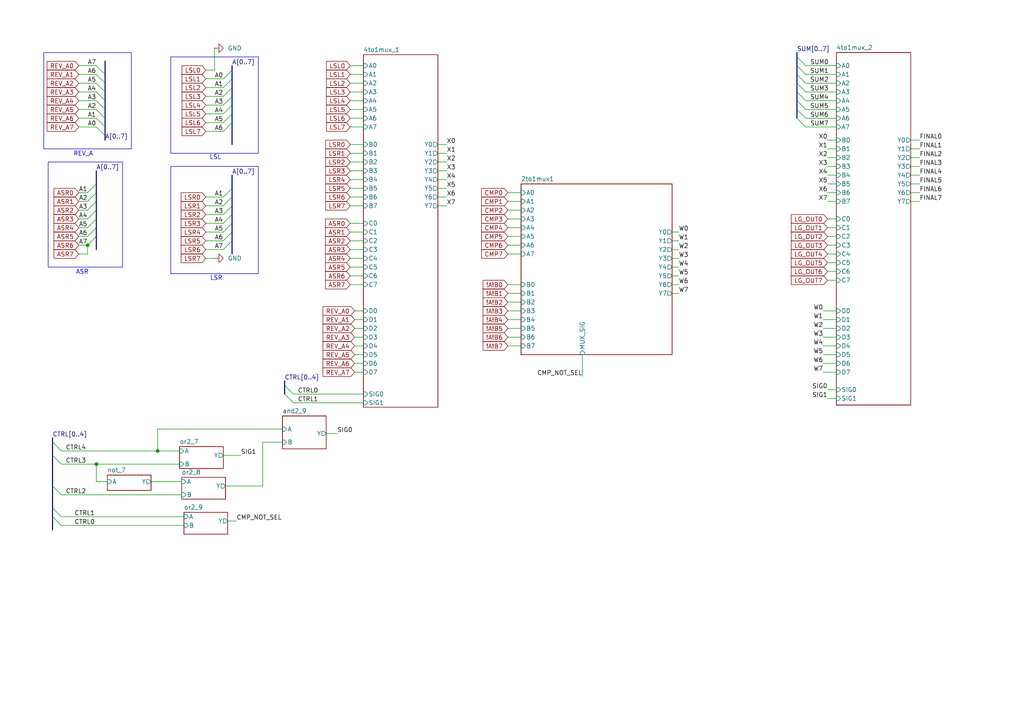
<source format=kicad_sch>
(kicad_sch (version 20250114) (generator "eeschema") (generator_version "9.0")
  (paper "A4")
  (lib_symbols
    (symbol "power:GND" (power) (pin_numbers (hide yes)) (pin_names (offset 0) (hide yes))
      (property "Value" "GND" (at 0 -3.81 0))
      (symbol "GND_0_1"
        (polyline (pts (xy 0 0) (xy 0 -1.27) (xy 1.27 -1.27) (xy 0 -2.54) (xy -1.27 -1.27) (xy 0 -1.27)))
      )
      (symbol "GND_1_1"
        (pin power_in line (at 0 0 270) (length 0) (name "~") (number "1"))
      )
    )
  )
  (rectangle (start 12.7 15.24) (end 38.1 43.18))
  (rectangle (start 49.53 48.26) (end 74.93 79.375))
  (rectangle (start 49.53 44.45) (end 74.93 16.51))
  (rectangle (start 13.97 46.99) (end 35.56 77.47))
  (text "LSL" (at 62.484 45.72 0) (effects (font (size 1.27 1.27))))
  (text "REV_A\n" (at 24.13 44.704 0) (effects (font (size 1.27 1.27))))
  (text "ASR" (at 23.876 78.994 0) (effects (font (size 1.27 1.27))))
  (text "LSR\n" (at 62.738 80.772 0) (effects (font (size 1.27 1.27))))
  (junction (at 25.4 71.12))
  (junction (at 45.72 130.81))
  (junction (at 27.94 134.62))
  (bus_entry (at 67.31 59.69) (size -2.54 2.54))
  (bus_entry (at 15.24 128.27) (size 2.54 2.54))
  (bus_entry (at 30.48 29.21) (size -2.54 -2.54))
  (bus_entry (at 30.48 39.37) (size -2.54 -2.54))
  (bus_entry (at 67.31 64.77) (size -2.54 2.54))
  (bus_entry (at 27.94 66.04) (size -2.54 2.54))
  (bus_entry (at 67.31 67.31) (size -2.54 2.54))
  (bus_entry (at 231.14 31.75) (size 2.54 2.54))
  (bus_entry (at 30.48 31.75) (size -2.54 -2.54))
  (bus_entry (at 30.48 26.67) (size -2.54 -2.54))
  (bus_entry (at 67.31 27.94) (size -2.54 2.54))
  (bus_entry (at 67.31 25.4) (size -2.54 2.54))
  (bus_entry (at 15.24 140.97) (size 2.54 2.54))
  (bus_entry (at 15.24 149.86) (size 2.54 2.54))
  (bus_entry (at 30.48 24.13) (size -2.54 -2.54))
  (bus_entry (at 15.24 132.08) (size 2.54 2.54))
  (bus_entry (at 231.14 21.59) (size 2.54 2.54))
  (bus_entry (at 30.48 34.29) (size -2.54 -2.54))
  (bus_entry (at 67.31 35.56) (size -2.54 2.54))
  (bus_entry (at 30.48 36.83) (size -2.54 -2.54))
  (bus_entry (at 67.31 62.23) (size -2.54 2.54))
  (bus_entry (at 27.94 58.42) (size -2.54 2.54))
  (bus_entry (at 82.55 114.3) (size 2.54 2.54))
  (bus_entry (at 67.31 30.48) (size -2.54 2.54))
  (bus_entry (at 231.14 19.05) (size 2.54 2.54))
  (bus_entry (at 67.31 69.85) (size -2.54 2.54))
  (bus_entry (at 30.48 21.59) (size -2.54 -2.54))
  (bus_entry (at 231.14 16.51) (size 2.54 2.54))
  (bus_entry (at 67.31 20.32) (size -2.54 2.54))
  (bus_entry (at 27.94 53.34) (size -2.54 2.54))
  (bus_entry (at 67.31 22.86) (size -2.54 2.54))
  (bus_entry (at 231.14 24.13) (size 2.54 2.54))
  (bus_entry (at 231.14 34.29) (size 2.54 2.54))
  (bus_entry (at 67.31 57.15) (size -2.54 2.54))
  (bus_entry (at 231.14 26.67) (size 2.54 2.54))
  (bus_entry (at 27.94 68.58) (size -2.54 2.54))
  (bus_entry (at 15.24 147.32) (size 2.54 2.54))
  (bus_entry (at 67.31 33.02) (size -2.54 2.54))
  (bus_entry (at 27.94 55.88) (size -2.54 2.54))
  (bus_entry (at 82.55 111.76) (size 2.54 2.54))
  (bus_entry (at 27.94 63.5) (size -2.54 2.54))
  (bus_entry (at 27.94 60.96) (size -2.54 2.54))
  (bus_entry (at 231.14 29.21) (size 2.54 2.54))
  (bus_entry (at 67.31 54.61) (size -2.54 2.54))
  (wire (pts (xy 147.32 68.58) (xy 151.13 68.58)))
  (wire (pts (xy 17.78 134.62) (xy 27.94 134.62)))
  (wire (pts (xy 94.615 125.73) (xy 97.79 125.73)))
  (wire (pts (xy 22.86 68.58) (xy 25.4 68.58)))
  (wire (pts (xy 101.6 54.61) (xy 105.41 54.61)))
  (bus (pts (xy 231.14 31.75) (xy 231.14 34.29)))
  (wire (pts (xy 59.69 72.39) (xy 64.77 72.39)))
  (bus (pts (xy 67.31 35.56) (xy 67.31 41.91)))
  (wire (pts (xy 45.72 130.81) (xy 52.07 130.81)))
  (wire (pts (xy 233.68 26.67) (xy 242.57 26.67)))
  (wire (pts (xy 147.32 90.17) (xy 151.13 90.17)))
  (bus (pts (xy 30.48 29.21) (xy 30.48 26.67)))
  (wire (pts (xy 240.03 55.88) (xy 242.57 55.88)))
  (wire (pts (xy 65.405 140.97) (xy 76.2 140.97)))
  (wire (pts (xy 147.32 71.12) (xy 151.13 71.12)))
  (wire (pts (xy 101.6 59.69) (xy 105.41 59.69)))
  (wire (pts (xy 17.78 143.51) (xy 52.705 143.51)))
  (wire (pts (xy 22.86 63.5) (xy 25.4 63.5)))
  (wire (pts (xy 101.6 31.75) (xy 105.41 31.75)))
  (bus (pts (xy 30.48 26.67) (xy 30.48 24.13)))
  (wire (pts (xy 238.76 95.25) (xy 242.57 95.25)))
  (wire (pts (xy 238.76 102.87) (xy 242.57 102.87)))
  (wire (pts (xy 17.78 149.86) (xy 53.34 149.86)))
  (bus (pts (xy 67.31 25.4) (xy 67.31 27.94)))
  (wire (pts (xy 101.6 24.13) (xy 105.41 24.13)))
  (bus (pts (xy 67.31 59.69) (xy 67.31 62.23)))
  (wire (pts (xy 101.6 41.91) (xy 105.41 41.91)))
  (wire (pts (xy 22.86 55.88) (xy 25.4 55.88)))
  (wire (pts (xy 194.945 77.47) (xy 196.85 77.47)))
  (wire (pts (xy 240.03 40.64) (xy 242.57 40.64)))
  (wire (pts (xy 240.03 45.72) (xy 242.57 45.72)))
  (bus (pts (xy 231.14 16.51) (xy 231.14 19.05)))
  (wire (pts (xy 240.03 76.2) (xy 242.57 76.2)))
  (wire (pts (xy 240.03 115.57) (xy 242.57 115.57)))
  (wire (pts (xy 147.32 60.96) (xy 151.13 60.96)))
  (bus (pts (xy 30.48 34.29) (xy 30.48 31.75)))
  (bus (pts (xy 15.24 147.32) (xy 15.24 149.86)))
  (bus (pts (xy 231.14 19.05) (xy 231.14 21.59)))
  (wire (pts (xy 101.6 46.99) (xy 105.41 46.99)))
  (bus (pts (xy 82.55 111.76) (xy 82.55 114.3)))
  (wire (pts (xy 76.2 128.27) (xy 76.2 140.97)))
  (wire (pts (xy 147.32 58.42) (xy 151.13 58.42)))
  (wire (pts (xy 101.6 64.77) (xy 105.41 64.77)))
  (wire (pts (xy 101.6 49.53) (xy 105.41 49.53)))
  (wire (pts (xy 168.91 102.87) (xy 168.91 109.22)))
  (bus (pts (xy 30.48 31.75) (xy 30.48 29.21)))
  (wire (pts (xy 102.87 97.79) (xy 105.41 97.79)))
  (bus (pts (xy 67.31 64.77) (xy 67.31 67.31)))
  (wire (pts (xy 101.6 44.45) (xy 105.41 44.45)))
  (wire (pts (xy 102.87 102.87) (xy 105.41 102.87)))
  (wire (pts (xy 233.68 21.59) (xy 242.57 21.59)))
  (wire (pts (xy 22.86 60.96) (xy 25.4 60.96)))
  (wire (pts (xy 22.86 36.83) (xy 27.94 36.83)))
  (wire (pts (xy 147.32 63.5) (xy 151.13 63.5)))
  (wire (pts (xy 101.6 80.01) (xy 105.41 80.01)))
  (wire (pts (xy 101.6 82.55) (xy 105.41 82.55)))
  (wire (pts (xy 240.03 58.42) (xy 242.57 58.42)))
  (wire (pts (xy 101.6 67.31) (xy 105.41 67.31)))
  (bus (pts (xy 82.55 110.49) (xy 82.55 111.76)))
  (wire (pts (xy 147.32 85.09) (xy 151.13 85.09)))
  (wire (pts (xy 101.6 69.85) (xy 105.41 69.85)))
  (bus (pts (xy 67.31 30.48) (xy 67.31 33.02)))
  (bus (pts (xy 67.31 57.15) (xy 67.31 59.69)))
  (wire (pts (xy 64.77 132.08) (xy 69.85 132.08)))
  (wire (pts (xy 59.69 38.1) (xy 64.77 38.1)))
  (wire (pts (xy 76.2 128.27) (xy 81.915 128.27)))
  (wire (pts (xy 240.03 63.5) (xy 242.57 63.5)))
  (wire (pts (xy 85.09 114.3) (xy 105.41 114.3)))
  (bus (pts (xy 231.14 24.13) (xy 231.14 26.67)))
  (bus (pts (xy 27.94 58.42) (xy 27.94 60.96)))
  (wire (pts (xy 59.69 57.15) (xy 64.77 57.15)))
  (wire (pts (xy 240.03 73.66) (xy 242.57 73.66)))
  (wire (pts (xy 59.69 30.48) (xy 64.77 30.48)))
  (wire (pts (xy 62.23 13.97) (xy 62.23 20.32)))
  (wire (pts (xy 27.94 139.7) (xy 31.115 139.7)))
  (wire (pts (xy 25.4 73.66) (xy 25.4 71.12)))
  (wire (pts (xy 129.54 49.53) (xy 127 49.53)))
  (wire (pts (xy 238.76 107.95) (xy 242.57 107.95)))
  (wire (pts (xy 196.85 82.55) (xy 194.945 82.55)))
  (bus (pts (xy 27.94 49.53) (xy 27.94 53.34)))
  (wire (pts (xy 238.76 100.33) (xy 242.57 100.33)))
  (wire (pts (xy 85.09 116.84) (xy 105.41 116.84)))
  (wire (pts (xy 101.6 19.05) (xy 105.41 19.05)))
  (wire (pts (xy 147.32 73.66) (xy 151.13 73.66)))
  (wire (pts (xy 22.86 34.29) (xy 27.94 34.29)))
  (wire (pts (xy 101.6 74.93) (xy 105.41 74.93)))
  (wire (pts (xy 238.76 105.41) (xy 242.57 105.41)))
  (wire (pts (xy 102.87 95.25) (xy 105.41 95.25)))
  (wire (pts (xy 129.54 59.69) (xy 127 59.69)))
  (bus (pts (xy 27.94 60.96) (xy 27.94 63.5)))
  (wire (pts (xy 59.69 33.02) (xy 64.77 33.02)))
  (bus (pts (xy 67.31 67.31) (xy 67.31 69.85)))
  (bus (pts (xy 15.24 128.27) (xy 15.24 132.08)))
  (wire (pts (xy 66.04 151.13) (xy 68.58 151.13)))
  (wire (pts (xy 233.68 34.29) (xy 242.57 34.29)))
  (wire (pts (xy 233.68 24.13) (xy 242.57 24.13)))
  (wire (pts (xy 233.68 31.75) (xy 242.57 31.75)))
  (bus (pts (xy 27.94 63.5) (xy 27.94 66.04)))
  (wire (pts (xy 22.86 73.66) (xy 25.4 73.66)))
  (wire (pts (xy 147.32 100.33) (xy 151.13 100.33)))
  (wire (pts (xy 45.72 124.46) (xy 81.915 124.46)))
  (wire (pts (xy 240.03 68.58) (xy 242.57 68.58)))
  (bus (pts (xy 67.31 33.02) (xy 67.31 35.56)))
  (wire (pts (xy 101.6 57.15) (xy 105.41 57.15)))
  (wire (pts (xy 102.87 90.17) (xy 105.41 90.17)))
  (wire (pts (xy 196.85 85.09) (xy 194.945 85.09)))
  (bus (pts (xy 15.24 140.97) (xy 15.24 147.32)))
  (wire (pts (xy 233.68 19.05) (xy 242.57 19.05)))
  (bus (pts (xy 67.31 27.94) (xy 67.31 30.48)))
  (wire (pts (xy 147.32 82.55) (xy 151.13 82.55)))
  (bus (pts (xy 231.14 26.67) (xy 231.14 29.21)))
  (bus (pts (xy 67.31 20.32) (xy 67.31 22.86)))
  (wire (pts (xy 196.85 80.01) (xy 194.945 80.01)))
  (wire (pts (xy 233.68 36.83) (xy 242.57 36.83)))
  (wire (pts (xy 240.03 78.74) (xy 242.57 78.74)))
  (bus (pts (xy 67.31 54.61) (xy 67.31 57.15)))
  (wire (pts (xy 240.03 66.04) (xy 242.57 66.04)))
  (bus (pts (xy 67.31 69.85) (xy 67.31 73.66)))
  (wire (pts (xy 22.86 21.59) (xy 27.94 21.59)))
  (wire (pts (xy 264.16 40.64) (xy 266.7 40.64)))
  (wire (pts (xy 147.32 55.88) (xy 151.13 55.88)))
  (bus (pts (xy 27.94 66.04) (xy 27.94 68.58)))
  (wire (pts (xy 101.6 29.21) (xy 105.41 29.21)))
  (wire (pts (xy 194.945 72.39) (xy 196.85 72.39)))
  (wire (pts (xy 240.03 71.12) (xy 242.57 71.12)))
  (wire (pts (xy 62.23 20.32) (xy 59.69 20.32)))
  (bus (pts (xy 27.94 53.34) (xy 27.94 55.88)))
  (wire (pts (xy 194.945 74.93) (xy 196.85 74.93)))
  (wire (pts (xy 59.69 74.93) (xy 62.23 74.93)))
  (wire (pts (xy 102.87 105.41) (xy 105.41 105.41)))
  (bus (pts (xy 67.31 19.05) (xy 67.31 20.32)))
  (wire (pts (xy 238.76 92.71) (xy 242.57 92.71)))
  (wire (pts (xy 238.76 97.79) (xy 242.57 97.79)))
  (wire (pts (xy 17.78 130.81) (xy 45.72 130.81)))
  (wire (pts (xy 59.69 64.77) (xy 64.77 64.77)))
  (wire (pts (xy 240.03 53.34) (xy 242.57 53.34)))
  (bus (pts (xy 15.24 149.86) (xy 15.24 153.67)))
  (wire (pts (xy 264.16 45.72) (xy 266.7 45.72)))
  (bus (pts (xy 30.48 39.37) (xy 30.48 36.83)))
  (wire (pts (xy 59.69 27.94) (xy 64.77 27.94)))
  (bus (pts (xy 30.48 40.64) (xy 30.48 39.37)))
  (wire (pts (xy 27.94 134.62) (xy 27.94 139.7)))
  (wire (pts (xy 102.87 92.71) (xy 105.41 92.71)))
  (wire (pts (xy 22.86 26.67) (xy 27.94 26.67)))
  (wire (pts (xy 264.16 50.8) (xy 266.7 50.8)))
  (wire (pts (xy 194.945 67.31) (xy 196.85 67.31)))
  (wire (pts (xy 240.03 50.8) (xy 242.57 50.8)))
  (wire (pts (xy 101.6 36.83) (xy 105.41 36.83)))
  (wire (pts (xy 22.86 19.05) (xy 27.94 19.05)))
  (wire (pts (xy 59.69 69.85) (xy 64.77 69.85)))
  (wire (pts (xy 264.16 43.18) (xy 266.7 43.18)))
  (wire (pts (xy 233.68 29.21) (xy 242.57 29.21)))
  (wire (pts (xy 22.86 29.21) (xy 27.94 29.21)))
  (wire (pts (xy 264.16 55.88) (xy 266.7 55.88)))
  (bus (pts (xy 15.24 127) (xy 15.24 128.27)))
  (wire (pts (xy 25.4 58.42) (xy 22.86 58.42)))
  (wire (pts (xy 240.03 113.03) (xy 242.57 113.03)))
  (wire (pts (xy 22.86 71.12) (xy 25.4 71.12)))
  (wire (pts (xy 264.16 53.34) (xy 266.7 53.34)))
  (bus (pts (xy 27.94 68.58) (xy 27.94 72.39)))
  (wire (pts (xy 238.76 90.17) (xy 242.57 90.17)))
  (wire (pts (xy 59.69 67.31) (xy 64.77 67.31)))
  (wire (pts (xy 264.16 58.42) (xy 266.7 58.42)))
  (wire (pts (xy 17.78 152.4) (xy 53.34 152.4)))
  (wire (pts (xy 147.32 66.04) (xy 151.13 66.04)))
  (wire (pts (xy 59.69 35.56) (xy 64.77 35.56)))
  (wire (pts (xy 147.32 97.79) (xy 151.13 97.79)))
  (bus (pts (xy 231.14 21.59) (xy 231.14 24.13)))
  (wire (pts (xy 147.32 92.71) (xy 151.13 92.71)))
  (wire (pts (xy 129.54 57.15) (xy 127 57.15)))
  (bus (pts (xy 27.94 55.88) (xy 27.94 58.42)))
  (wire (pts (xy 43.815 139.7) (xy 52.705 139.7)))
  (wire (pts (xy 22.86 66.04) (xy 25.4 66.04)))
  (wire (pts (xy 147.32 95.25) (xy 151.13 95.25)))
  (wire (pts (xy 59.69 22.86) (xy 64.77 22.86)))
  (wire (pts (xy 129.54 54.61) (xy 127 54.61)))
  (wire (pts (xy 102.87 100.33) (xy 105.41 100.33)))
  (wire (pts (xy 194.945 69.85) (xy 196.85 69.85)))
  (bus (pts (xy 231.14 29.21) (xy 231.14 31.75)))
  (wire (pts (xy 129.54 44.45) (xy 127 44.45)))
  (wire (pts (xy 240.03 81.28) (xy 242.57 81.28)))
  (wire (pts (xy 240.03 43.18) (xy 242.57 43.18)))
  (wire (pts (xy 102.87 107.95) (xy 105.41 107.95)))
  (wire (pts (xy 101.6 52.07) (xy 105.41 52.07)))
  (wire (pts (xy 101.6 77.47) (xy 105.41 77.47)))
  (wire (pts (xy 129.54 52.07) (xy 127 52.07)))
  (bus (pts (xy 15.24 132.08) (xy 15.24 140.97)))
  (wire (pts (xy 101.6 21.59) (xy 105.41 21.59)))
  (wire (pts (xy 101.6 34.29) (xy 105.41 34.29)))
  (wire (pts (xy 59.69 25.4) (xy 64.77 25.4)))
  (bus (pts (xy 67.31 50.8) (xy 67.31 54.61)))
  (wire (pts (xy 240.03 48.26) (xy 242.57 48.26)))
  (bus (pts (xy 67.31 22.86) (xy 67.31 25.4)))
  (bus (pts (xy 30.48 21.59) (xy 30.48 17.78)))
  (wire (pts (xy 45.72 130.81) (xy 45.72 124.46)))
  (bus (pts (xy 30.48 36.83) (xy 30.48 34.29)))
  (wire (pts (xy 129.54 41.91) (xy 127 41.91)))
  (wire (pts (xy 59.69 62.23) (xy 64.77 62.23)))
  (wire (pts (xy 129.54 46.99) (xy 127 46.99)))
  (wire (pts (xy 22.86 24.13) (xy 27.94 24.13)))
  (wire (pts (xy 101.6 26.67) (xy 105.41 26.67)))
  (bus (pts (xy 231.14 15.24) (xy 231.14 16.51)))
  (wire (pts (xy 264.16 48.26) (xy 266.7 48.26)))
  (wire (pts (xy 101.6 72.39) (xy 105.41 72.39)))
  (bus (pts (xy 30.48 24.13) (xy 30.48 21.59)))
  (wire (pts (xy 147.32 87.63) (xy 151.13 87.63)))
  (wire (pts (xy 22.86 31.75) (xy 27.94 31.75)))
  (bus (pts (xy 67.31 62.23) (xy 67.31 64.77)))
  (wire (pts (xy 27.94 134.62) (xy 52.07 134.62)))
  (wire (pts (xy 59.69 59.69) (xy 64.77 59.69)))
  (label "X2" (at 240.03 45.72 180))
  (label "SIG0" (at 240.03 113.03 180))
  (label "SIG1" (at 240.03 115.57 180))
  (label "A1" (at 62.23 57.15 0))
  (label "CTRL[0..4]" (at 82.55 110.49 0))
  (label "X0" (at 240.03 40.64 180))
  (label "W3" (at 238.76 97.79 180))
  (label "W1" (at 238.76 92.71 180))
  (label "W5" (at 238.76 102.87 180))
  (label "SUM1" (at 234.95 21.59 0))
  (label "X4" (at 240.03 50.8 180))
  (label "SUM3" (at 234.95 26.67 0))
  (label "SUM4" (at 234.95 29.21 0))
  (label "W0" (at 238.76 90.17 180))
  (label "A4" (at 25.4 26.67 0))
  (label "X5" (at 240.03 53.34 180))
  (label "W6" (at 238.76 105.41 180))
  (label "CTRL0" (at 21.59 152.4 0))
  (label "X1" (at 240.03 43.18 180))
  (label "CMP_NOT_SEL" (at 168.91 109.22 180))
  (label "A2" (at 62.23 59.69 0))
  (label "A3" (at 62.23 30.48 0))
  (label "W4" (at 238.76 100.33 180))
  (label "SUM6" (at 234.95 34.29 0))
  (label "A0" (at 62.23 22.86 0))
  (label "A[0..7]" (at 67.31 19.05 0))
  (label "CTRL3" (at 19.05 134.62 0))
  (label "A5" (at 25.4 24.13 0))
  (label "CTRL0" (at 86.36 114.3 0))
  (label "A4" (at 62.23 64.77 0))
  (label "W7" (at 196.85 85.09 0))
  (label "W6" (at 196.85 82.55 0))
  (label "W5" (at 196.85 80.01 0))
  (label "W4" (at 196.85 77.47 0))
  (label "W2" (at 196.85 72.39 0))
  (label "W3" (at 196.85 74.93 0))
  (label "W1" (at 196.85 69.85 0))
  (label "W0" (at 196.85 67.31 0))
  (label "A7" (at 62.23 72.39 0))
  (label "SUM5" (at 234.95 31.75 0))
  (label "A0" (at 25.4 36.83 0))
  (label "A[0..7]" (at 67.31 50.8 0))
  (label "X6" (at 240.03 55.88 180))
  (label "A2" (at 62.23 27.94 0))
  (label "A1" (at 25.4 34.29 0))
  (label "CTRL[0..4]" (at 15.24 127 0))
  (label "SUM0" (at 234.95 19.05 0))
  (label "X7" (at 240.03 58.42 180))
  (label "A1" (at 62.23 25.4 0))
  (label "X0" (at 129.54 41.91 0))
  (label "X3" (at 129.54 49.53 0))
  (label "X6" (at 129.54 57.15 0))
  (label "X5" (at 129.54 54.61 0))
  (label "X1" (at 129.54 44.45 0))
  (label "X2" (at 129.54 46.99 0))
  (label "X7" (at 129.54 59.69 0))
  (label "X4" (at 129.54 52.07 0))
  (label "A3" (at 22.86 60.96 0))
  (label "SUM2" (at 234.95 24.13 0))
  (label "A6" (at 25.4 21.59 0))
  (label "X3" (at 240.03 48.26 180))
  (label "A3" (at 25.4 29.21 0))
  (label "SIG0" (at 97.79 125.73 0))
  (label "A5" (at 22.86 66.04 0))
  (label "A5" (at 62.23 35.56 0))
  (label "CTRL1" (at 21.59 149.86 0))
  (label "A[0..7]" (at 30.48 40.64 0))
  (label "W2" (at 238.76 95.25 180))
  (label "SIG1" (at 69.85 132.08 0))
  (label "A6" (at 62.23 69.85 0))
  (label "A6" (at 62.23 38.1 0))
  (label "A4" (at 62.23 33.02 0))
  (label "A5" (at 62.23 67.31 0))
  (label "A1" (at 22.86 55.88 0))
  (label "A7" (at 22.86 71.12 0))
  (label "CTRL4" (at 19.05 130.81 0))
  (label "FINAL0" (at 266.7 40.64 0))
  (label "FINAL1" (at 266.7 43.18 0))
  (label "FINAL2" (at 266.7 45.72 0))
  (label "FINAL3" (at 266.7 48.26 0))
  (label "FINAL4" (at 266.7 50.8 0))
  (label "FINAL5" (at 266.7 53.34 0))
  (label "FINAL6" (at 266.7 55.88 0))
  (label "FINAL7" (at 266.7 58.42 0))
  (label "SUM7" (at 234.95 36.83 0))
  (label "CTRL1" (at 86.36 116.84 0))
  (label "A6" (at 22.86 68.58 0))
  (label "A[0..7]" (at 27.94 49.53 0))
  (label "A2" (at 22.86 58.42 0))
  (label "A2" (at 25.4 31.75 0))
  (label "A4" (at 22.86 63.5 0))
  (label "SUM[0..7]" (at 231.14 15.24 0))
  (label "CMP_NOT_SEL" (at 68.58 151.13 0))
  (label "A3" (at 62.23 62.23 0))
  (label "A7" (at 25.4 19.05 0))
  (label "CTRL2" (at 19.05 143.51 0))
  (label "W7" (at 238.76 107.95 180))
  (global_label "ASR3" (shape input) (at 101.6 72.39 180) (property "Intersheetrefs" "${INTERSHEET_REFS}" (effects (hide yes))))
  (global_label "LSL7" (shape input) (at 101.6 36.83 180) (property "Intersheetrefs" "${INTERSHEET_REFS}" (effects (hide yes))))
  (global_label "LSR0" (shape input) (at 101.6 41.91 180) (property "Intersheetrefs" "${INTERSHEET_REFS}" (effects (hide yes))))
  (global_label "REV_A2" (shape input) (at 102.87 95.25 180) (property "Intersheetrefs" "${INTERSHEET_REFS}" (effects (hide yes))))
  (global_label "REV_A0" (shape input) (at 102.87 90.17 180) (property "Intersheetrefs" "${INTERSHEET_REFS}" (effects (hide yes))))
  (global_label "LSL0" (shape input) (at 101.6 19.05 180) (property "Intersheetrefs" "${INTERSHEET_REFS}" (effects (hide yes))))
  (global_label "LSL1" (shape input) (at 59.69 22.86 180) (property "Intersheetrefs" "${INTERSHEET_REFS}" (effects (hide yes))))
  (global_label "LSL2" (shape input) (at 59.69 25.4 180) (property "Intersheetrefs" "${INTERSHEET_REFS}" (effects (hide yes))))
  (global_label "LSL5" (shape input) (at 59.69 33.02 180) (property "Intersheetrefs" "${INTERSHEET_REFS}" (effects (hide yes))))
  (global_label "LSL6" (shape input) (at 59.69 35.56 180) (property "Intersheetrefs" "${INTERSHEET_REFS}" (effects (hide yes))))
  (global_label "LSL3" (shape input) (at 59.69 27.94 180) (property "Intersheetrefs" "${INTERSHEET_REFS}" (effects (hide yes))))
  (global_label "LSL4" (shape input) (at 59.69 30.48 180) (property "Intersheetrefs" "${INTERSHEET_REFS}" (effects (hide yes))))
  (global_label "LSL0" (shape input) (at 59.69 20.32 180) (property "Intersheetrefs" "${INTERSHEET_REFS}" (effects (hide yes))))
  (global_label "LSL7" (shape input) (at 59.69 38.1 180) (property "Intersheetrefs" "${INTERSHEET_REFS}" (effects (hide yes))))
  (global_label "REV_A6" (shape input) (at 102.87 105.41 180) (property "Intersheetrefs" "${INTERSHEET_REFS}" (effects (hide yes))))
  (global_label "LSR7" (shape input) (at 101.6 59.69 180) (property "Intersheetrefs" "${INTERSHEET_REFS}" (effects (hide yes))))
  (global_label "REV_A3" (shape input) (at 102.87 97.79 180) (property "Intersheetrefs" "${INTERSHEET_REFS}" (effects (hide yes))))
  (global_label "LSL1" (shape input) (at 101.6 21.59 180) (property "Intersheetrefs" "${INTERSHEET_REFS}" (effects (hide yes))))
  (global_label "ASR5" (shape input) (at 101.6 77.47 180) (property "Intersheetrefs" "${INTERSHEET_REFS}" (effects (hide yes))))
  (global_label "ASR4" (shape input) (at 101.6 74.93 180) (property "Intersheetrefs" "${INTERSHEET_REFS}" (effects (hide yes))))
  (global_label "LSR2" (shape input) (at 101.6 46.99 180) (property "Intersheetrefs" "${INTERSHEET_REFS}" (effects (hide yes))))
  (global_label "CMP1" (shape input) (at 147.32 58.42 180) (property "Intersheetrefs" "${INTERSHEET_REFS}" (effects (hide yes))))
  (global_label "CMP0" (shape input) (at 147.32 55.88 180) (property "Intersheetrefs" "${INTERSHEET_REFS}" (effects (hide yes))))
  (global_label "CMP2" (shape input) (at 147.32 60.96 180) (property "Intersheetrefs" "${INTERSHEET_REFS}" (effects (hide yes))))
  (global_label "CMP3" (shape input) (at 147.32 63.5 180) (property "Intersheetrefs" "${INTERSHEET_REFS}" (effects (hide yes))))
  (global_label "CMP5" (shape input) (at 147.32 68.58 180) (property "Intersheetrefs" "${INTERSHEET_REFS}" (effects (hide yes))))
  (global_label "CMP4" (shape input) (at 147.32 66.04 180) (property "Intersheetrefs" "${INTERSHEET_REFS}" (effects (hide yes))))
  (global_label "CMP6" (shape input) (at 147.32 71.12 180) (property "Intersheetrefs" "${INTERSHEET_REFS}" (effects (hide yes))))
  (global_label "CMP7" (shape input) (at 147.32 73.66 180) (property "Intersheetrefs" "${INTERSHEET_REFS}" (effects (hide yes))))
  (global_label "ASR1" (shape input) (at 101.6 67.31 180) (property "Intersheetrefs" "${INTERSHEET_REFS}" (effects (hide yes))))
  (global_label "LSR3" (shape input) (at 101.6 49.53 180) (property "Intersheetrefs" "${INTERSHEET_REFS}" (effects (hide yes))))
  (global_label "LSR6" (shape input) (at 101.6 57.15 180) (property "Intersheetrefs" "${INTERSHEET_REFS}" (effects (hide yes))))
  (global_label "LSL2" (shape input) (at 101.6 24.13 180) (property "Intersheetrefs" "${INTERSHEET_REFS}" (effects (hide yes))))
  (global_label "LSR5" (shape input) (at 101.6 54.61 180) (property "Intersheetrefs" "${INTERSHEET_REFS}" (effects (hide yes))))
  (global_label "ASR0" (shape input) (at 101.6 64.77 180) (property "Intersheetrefs" "${INTERSHEET_REFS}" (effects (hide yes))))
  (global_label "REV_A4" (shape input) (at 102.87 100.33 180) (property "Intersheetrefs" "${INTERSHEET_REFS}" (effects (hide yes))))
  (global_label "REV_A2" (shape input) (at 22.86 24.13 180) (property "Intersheetrefs" "${INTERSHEET_REFS}" (effects (hide yes))))
  (global_label "REV_A3" (shape input) (at 22.86 26.67 180) (property "Intersheetrefs" "${INTERSHEET_REFS}" (effects (hide yes))))
  (global_label "REV_A1" (shape input) (at 22.86 21.59 180) (property "Intersheetrefs" "${INTERSHEET_REFS}" (effects (hide yes))))
  (global_label "REV_A0" (shape input) (at 22.86 19.05 180) (property "Intersheetrefs" "${INTERSHEET_REFS}" (effects (hide yes))))
  (global_label "REV_A4" (shape input) (at 22.86 29.21 180) (property "Intersheetrefs" "${INTERSHEET_REFS}" (effects (hide yes))))
  (global_label "REV_A6" (shape input) (at 22.86 34.29 180) (property "Intersheetrefs" "${INTERSHEET_REFS}" (effects (hide yes))))
  (global_label "REV_A7" (shape input) (at 22.86 36.83 180) (property "Intersheetrefs" "${INTERSHEET_REFS}" (effects (hide yes))))
  (global_label "REV_A5" (shape input) (at 22.86 31.75 180) (property "Intersheetrefs" "${INTERSHEET_REFS}" (effects (hide yes))))
  (global_label "LSR4" (shape input) (at 101.6 52.07 180) (property "Intersheetrefs" "${INTERSHEET_REFS}" (effects (hide yes))))
  (global_label "LSL3" (shape input) (at 101.6 26.67 180) (property "Intersheetrefs" "${INTERSHEET_REFS}" (effects (hide yes))))
  (global_label "LG_OUT2" (shape input) (at 240.03 68.58 180) (property "Intersheetrefs" "${INTERSHEET_REFS}" (effects (hide yes))))
  (global_label "LG_OUT0" (shape input) (at 240.03 63.5 180) (property "Intersheetrefs" "${INTERSHEET_REFS}" (effects (hide yes))))
  (global_label "LG_OUT1" (shape input) (at 240.03 66.04 180) (property "Intersheetrefs" "${INTERSHEET_REFS}" (effects (hide yes))))
  (global_label "LG_OUT3" (shape input) (at 240.03 71.12 180) (property "Intersheetrefs" "${INTERSHEET_REFS}" (effects (hide yes))))
  (global_label "LG_OUT6" (shape input) (at 240.03 78.74 180) (property "Intersheetrefs" "${INTERSHEET_REFS}" (effects (hide yes))))
  (global_label "LG_OUT4" (shape input) (at 240.03 73.66 180) (property "Intersheetrefs" "${INTERSHEET_REFS}" (effects (hide yes))))
  (global_label "LG_OUT5" (shape input) (at 240.03 76.2 180) (property "Intersheetrefs" "${INTERSHEET_REFS}" (effects (hide yes))))
  (global_label "LG_OUT7" (shape input) (at 240.03 81.28 180) (property "Intersheetrefs" "${INTERSHEET_REFS}" (effects (hide yes))))
  (global_label "LSR1" (shape input) (at 101.6 44.45 180) (property "Intersheetrefs" "${INTERSHEET_REFS}" (effects (hide yes))))
  (global_label "LSL4" (shape input) (at 101.6 29.21 180) (property "Intersheetrefs" "${INTERSHEET_REFS}" (effects (hide yes))))
  (global_label "LSL5" (shape input) (at 101.6 31.75 180) (property "Intersheetrefs" "${INTERSHEET_REFS}" (effects (hide yes))))
  (global_label "ASR7" (shape input) (at 101.6 82.55 180) (property "Intersheetrefs" "${INTERSHEET_REFS}" (effects (hide yes))))
  (global_label "REV_A7" (shape input) (at 102.87 107.95 180) (property "Intersheetrefs" "${INTERSHEET_REFS}" (effects (hide yes))))
  (global_label "REV_A1" (shape input) (at 102.87 92.71 180) (property "Intersheetrefs" "${INTERSHEET_REFS}" (effects (hide yes))))
  (global_label "LSR1" (shape input) (at 59.69 59.69 180) (property "Intersheetrefs" "${INTERSHEET_REFS}" (effects (hide yes))))
  (global_label "LSR0" (shape input) (at 59.69 57.15 180) (property "Intersheetrefs" "${INTERSHEET_REFS}" (effects (hide yes))))
  (global_label "LSR6" (shape input) (at 59.69 72.39 180) (property "Intersheetrefs" "${INTERSHEET_REFS}" (effects (hide yes))))
  (global_label "LSR4" (shape input) (at 59.69 67.31 180) (property "Intersheetrefs" "${INTERSHEET_REFS}" (effects (hide yes))))
  (global_label "LSR7" (shape input) (at 59.69 74.93 180) (property "Intersheetrefs" "${INTERSHEET_REFS}" (effects (hide yes))))
  (global_label "LSR3" (shape input) (at 59.69 64.77 180) (property "Intersheetrefs" "${INTERSHEET_REFS}" (effects (hide yes))))
  (global_label "LSR2" (shape input) (at 59.69 62.23 180) (property "Intersheetrefs" "${INTERSHEET_REFS}" (effects (hide yes))))
  (global_label "LSR5" (shape input) (at 59.69 69.85 180) (property "Intersheetrefs" "${INTERSHEET_REFS}" (effects (hide yes))))
  (global_label "LSL6" (shape input) (at 101.6 34.29 180) (property "Intersheetrefs" "${INTERSHEET_REFS}" (effects (hide yes))))
  (global_label "ASR6" (shape input) (at 101.6 80.01 180) (property "Intersheetrefs" "${INTERSHEET_REFS}" (effects (hide yes))))
  (global_label "ASR1" (shape input) (at 22.86 58.42 180) (property "Intersheetrefs" "${INTERSHEET_REFS}" (effects (hide yes))))
  (global_label "ASR0" (shape input) (at 22.86 55.88 180) (property "Intersheetrefs" "${INTERSHEET_REFS}" (effects (hide yes))))
  (global_label "ASR7" (shape input) (at 22.86 73.66 180) (property "Intersheetrefs" "${INTERSHEET_REFS}" (effects (hide yes))))
  (global_label "ASR2" (shape input) (at 22.86 60.96 180) (property "Intersheetrefs" "${INTERSHEET_REFS}" (effects (hide yes))))
  (global_label "ASR6" (shape input) (at 22.86 71.12 180) (property "Intersheetrefs" "${INTERSHEET_REFS}" (effects (hide yes))))
  (global_label "ASR3" (shape input) (at 22.86 63.5 180) (property "Intersheetrefs" "${INTERSHEET_REFS}" (effects (hide yes))))
  (global_label "ASR4" (shape input) (at 22.86 66.04 180) (property "Intersheetrefs" "${INTERSHEET_REFS}" (effects (hide yes))))
  (global_label "ASR5" (shape input) (at 22.86 68.58 180) (property "Intersheetrefs" "${INTERSHEET_REFS}" (effects (hide yes))))
  (global_label "!A!B0" (shape input) (at 147.32 82.55 180) (property "Intersheetrefs" "${INTERSHEET_REFS}" (effects (hide yes))))
  (global_label "!A!B1" (shape input) (at 147.32 85.09 180) (property "Intersheetrefs" "${INTERSHEET_REFS}" (effects (hide yes))))
  (global_label "!A!B3" (shape input) (at 147.32 90.17 180) (property "Intersheetrefs" "${INTERSHEET_REFS}" (effects (hide yes))))
  (global_label "!A!B2" (shape input) (at 147.32 87.63 180) (property "Intersheetrefs" "${INTERSHEET_REFS}" (effects (hide yes))))
  (global_label "!A!B4" (shape input) (at 147.32 92.71 180) (property "Intersheetrefs" "${INTERSHEET_REFS}" (effects (hide yes))))
  (global_label "!A!B6" (shape input) (at 147.32 97.79 180) (property "Intersheetrefs" "${INTERSHEET_REFS}" (effects (hide yes))))
  (global_label "!A!B5" (shape input) (at 147.32 95.25 180) (property "Intersheetrefs" "${INTERSHEET_REFS}" (effects (hide yes))))
  (global_label "!A!B7" (shape input) (at 147.32 100.33 180) (property "Intersheetrefs" "${INTERSHEET_REFS}" (effects (hide yes))))
  (global_label "ASR2" (shape input) (at 101.6 69.85 180) (property "Intersheetrefs" "${INTERSHEET_REFS}" (effects (hide yes))))
  (global_label "REV_A5" (shape input) (at 102.87 102.87 180) (property "Intersheetrefs" "${INTERSHEET_REFS}" (effects (hide yes))))
  (symbol (lib_id "power:GND") (at 62.23 74.93 90) (unit 1)
    (property "Reference" "#PWR0102" (effects (hide yes)))
    (property "Value" "GND" (at 66.04 74.9299 90) (effects (justify right)))
    (property "Description" "Power symbol creates a global label with name \"GND\" , ground" (effects (hide yes)))
  )
  (symbol (lib_id "power:GND") (at 62.23 13.97 90) (unit 1)
    (property "Reference" "#PWR0101" (effects (hide yes)))
    (property "Value" "GND" (at 66.04 13.9699 90) (effects (justify right)))
    (property "Description" "Power symbol creates a global label with name \"GND\" , ground" (effects (hide yes)))
  )
  (sheet (at 53.34 148.59) (size 12.7 6.35) (stroke (width 0.1524))
    (property "Sheetname" "or2_9" (at 53.34 147.8784 0) (effects (justify left bottom)))
    (property "Sheetfile" "../../modules/gates/gate_or/gate_or_2in/gate_or_2in.kicad_sch" (effects (hide yes)))
    (pin "B" input (at 53.34 152.4 180))
    (pin "A" input (at 53.34 149.86 180))
    (pin "Y" output (at 66.04 151.13 0))
  )
  (sheet (at 105.41 15.875) (size 21.59 102.235) (stroke (width 0.1524))
    (property "Sheetname" "4to1mux_1" (at 105.41 15.1634 0) (effects (justify left bottom)))
    (property "Sheetfile" "../../modules/mux/mux_4to1_8bit/mux_4to1_8bit.kicad_sch" (effects (hide yes)))
    (pin "A3" input (at 105.41 26.67 180))
    (pin "A6" input (at 105.41 34.29 180))
    (pin "A4" input (at 105.41 29.21 180))
    (pin "A5" input (at 105.41 31.75 180))
    (pin "A1" input (at 105.41 21.59 180))
    (pin "A0" input (at 105.41 19.05 180))
    (pin "A7" input (at 105.41 36.83 180))
    (pin "A2" input (at 105.41 24.13 180))
    (pin "B0" input (at 105.41 41.91 180))
    (pin "B6" input (at 105.41 57.15 180))
    (pin "B2" input (at 105.41 46.99 180))
    (pin "B4" input (at 105.41 52.07 180))
    (pin "B7" input (at 105.41 59.69 180))
    (pin "B3" input (at 105.41 49.53 180))
    (pin "B5" input (at 105.41 54.61 180))
    (pin "B1" input (at 105.41 44.45 180))
    (pin "C5" input (at 105.41 77.47 180))
    (pin "C6" input (at 105.41 80.01 180))
    (pin "C3" input (at 105.41 72.39 180))
    (pin "C2" input (at 105.41 69.85 180))
    (pin "C1" input (at 105.41 67.31 180))
    (pin "C4" input (at 105.41 74.93 180))
    (pin "C7" input (at 105.41 82.55 180))
    (pin "C0" input (at 105.41 64.77 180))
    (pin "D2" input (at 105.41 95.25 180))
    (pin "D6" input (at 105.41 105.41 180))
    (pin "D4" input (at 105.41 100.33 180))
    (pin "D3" input (at 105.41 97.79 180))
    (pin "D0" input (at 105.41 90.17 180))
    (pin "D1" input (at 105.41 92.71 180))
    (pin "D7" input (at 105.41 107.95 180))
    (pin "D5" input (at 105.41 102.87 180))
    (pin "SIG1" input (at 105.41 116.84 180))
    (pin "Y5" output (at 127 54.61 0))
    (pin "Y2" output (at 127 46.99 0))
    (pin "Y1" output (at 127 44.45 0))
    (pin "SIG0" input (at 105.41 114.3 180))
    (pin "Y4" output (at 127 52.07 0))
    (pin "Y3" output (at 127 49.53 0))
    (pin "Y0" output (at 127 41.91 0))
    (pin "Y7" output (at 127 59.69 0))
    (pin "Y6" output (at 127 57.15 0))
  )
  (sheet (at 81.915 120.65) (size 12.7 9.525) (stroke (width 0.1524))
    (property "Sheetname" "and2_9" (at 81.915 119.9384 0) (effects (justify left bottom)))
    (property "Sheetfile" "../../modules/gates/gate_and/gate_and_2in/gate_and_2in.kicad_sch" (effects (hide yes)))
    (pin "Y" output (at 94.615 125.73 0))
    (pin "A" input (at 81.915 124.46 180))
    (pin "B" input (at 81.915 128.27 180))
  )
  (sheet (at 52.07 129.54) (size 12.7 6.35) (stroke (width 0.1524))
    (property "Sheetname" "or2_7" (at 52.07 128.8284 0) (effects (justify left bottom)))
    (property "Sheetfile" "../../modules/gates/gate_or/gate_or_2in/gate_or_2in.kicad_sch" (effects (hide yes)))
    (pin "B" input (at 52.07 134.62 180))
    (pin "A" input (at 52.07 130.81 180))
    (pin "Y" output (at 64.77 132.08 0))
  )
  (sheet (at 31.115 137.795) (size 12.7 4.445) (stroke (width 0.1524))
    (property "Sheetname" "not_7" (at 31.115 137.0834 0) (effects (justify left bottom)))
    (property "Sheetfile" "../../modules/gates/gate_inv/gate_inv_1bit/gate_inv_1bit.kicad_sch" (effects (hide yes)))
    (pin "Y" output (at 43.815 139.7 0))
    (pin "A" input (at 31.115 139.7 180))
  )
  (sheet (at 242.57 15.24) (size 21.59 102.235) (stroke (width 0.1524))
    (property "Sheetname" "4to1mux_2" (at 242.57 14.5284 0) (effects (justify left bottom)))
    (property "Sheetfile" "../../modules/mux/mux_4to1_8bit/mux_4to1_8bit.kicad_sch" (effects (hide yes)))
    (pin "A3" input (at 242.57 26.67 180))
    (pin "A6" input (at 242.57 34.29 180))
    (pin "A4" input (at 242.57 29.21 180))
    (pin "A5" input (at 242.57 31.75 180))
    (pin "A1" input (at 242.57 21.59 180))
    (pin "A0" input (at 242.57 19.05 180))
    (pin "A7" input (at 242.57 36.83 180))
    (pin "A2" input (at 242.57 24.13 180))
    (pin "B0" input (at 242.57 40.64 180))
    (pin "B6" input (at 242.57 55.88 180))
    (pin "B2" input (at 242.57 45.72 180))
    (pin "B4" input (at 242.57 50.8 180))
    (pin "B7" input (at 242.57 58.42 180))
    (pin "B3" input (at 242.57 48.26 180))
    (pin "B5" input (at 242.57 53.34 180))
    (pin "B1" input (at 242.57 43.18 180))
    (pin "C5" input (at 242.57 76.2 180))
    (pin "C6" input (at 242.57 78.74 180))
    (pin "C3" input (at 242.57 71.12 180))
    (pin "C2" input (at 242.57 68.58 180))
    (pin "C1" input (at 242.57 66.04 180))
    (pin "C4" input (at 242.57 73.66 180))
    (pin "C7" input (at 242.57 81.28 180))
    (pin "C0" input (at 242.57 63.5 180))
    (pin "D2" input (at 242.57 95.25 180))
    (pin "D6" input (at 242.57 105.41 180))
    (pin "D4" input (at 242.57 100.33 180))
    (pin "D3" input (at 242.57 97.79 180))
    (pin "D0" input (at 242.57 90.17 180))
    (pin "D1" input (at 242.57 92.71 180))
    (pin "D7" input (at 242.57 107.95 180))
    (pin "D5" input (at 242.57 102.87 180))
    (pin "SIG1" input (at 242.57 115.57 180))
    (pin "Y5" output (at 264.16 53.34 0))
    (pin "Y2" output (at 264.16 45.72 0))
    (pin "Y1" output (at 264.16 43.18 0))
    (pin "SIG0" input (at 242.57 113.03 180))
    (pin "Y4" output (at 264.16 50.8 0))
    (pin "Y3" output (at 264.16 48.26 0))
    (pin "Y0" output (at 264.16 40.64 0))
    (pin "Y7" output (at 264.16 58.42 0))
    (pin "Y6" output (at 264.16 55.88 0))
  )
  (sheet (at 151.13 53.34) (size 43.815 49.53) (stroke (width 0.1524))
    (property "Sheetname" "2to1mux1" (at 151.13 52.6284 0) (effects (justify left bottom)))
    (property "Sheetfile" "../../modules/mux/mux_2to1_8bit/mux_2to1_8bit.kicad_sch" (effects (hide yes)))
    (pin "A6" input (at 151.13 71.12 180))
    (pin "A4" input (at 151.13 66.04 180))
    (pin "A2" input (at 151.13 60.96 180))
    (pin "A5" input (at 151.13 68.58 180))
    (pin "A0" input (at 151.13 55.88 180))
    (pin "A3" input (at 151.13 63.5 180))
    (pin "A1" input (at 151.13 58.42 180))
    (pin "A7" input (at 151.13 73.66 180))
    (pin "B3" input (at 151.13 90.17 180))
    (pin "B5" input (at 151.13 95.25 180))
    (pin "B0" input (at 151.13 82.55 180))
    (pin "B2" input (at 151.13 87.63 180))
    (pin "B4" input (at 151.13 92.71 180))
    (pin "B7" input (at 151.13 100.33 180))
    (pin "B6" input (at 151.13 97.79 180))
    (pin "B1" input (at 151.13 85.09 180))
    (pin "Y2" output (at 194.945 72.39 0))
    (pin "Y1" output (at 194.945 69.85 0))
    (pin "Y0" output (at 194.945 67.31 0))
    (pin "Y4" output (at 194.945 77.47 0))
    (pin "Y6" output (at 194.945 82.55 0))
    (pin "Y3" output (at 194.945 74.93 0))
    (pin "Y5" output (at 194.945 80.01 0))
    (pin "MUX_SIG" input (at 168.91 102.87 270))
    (pin "Y7" output (at 194.945 85.09 0))
  )
  (sheet (at 52.705 138.43) (size 12.7 6.35) (stroke (width 0.1524))
    (property "Sheetname" "or2_8" (at 52.705 137.7184 0) (effects (justify left bottom)))
    (property "Sheetfile" "../../modules/gates/gate_or/gate_or_2in/gate_or_2in.kicad_sch" (effects (hide yes)))
    (pin "B" input (at 52.705 143.51 180))
    (pin "A" input (at 52.705 139.7 180))
    (pin "Y" output (at 65.405 140.97 0))
  )
)
</source>
